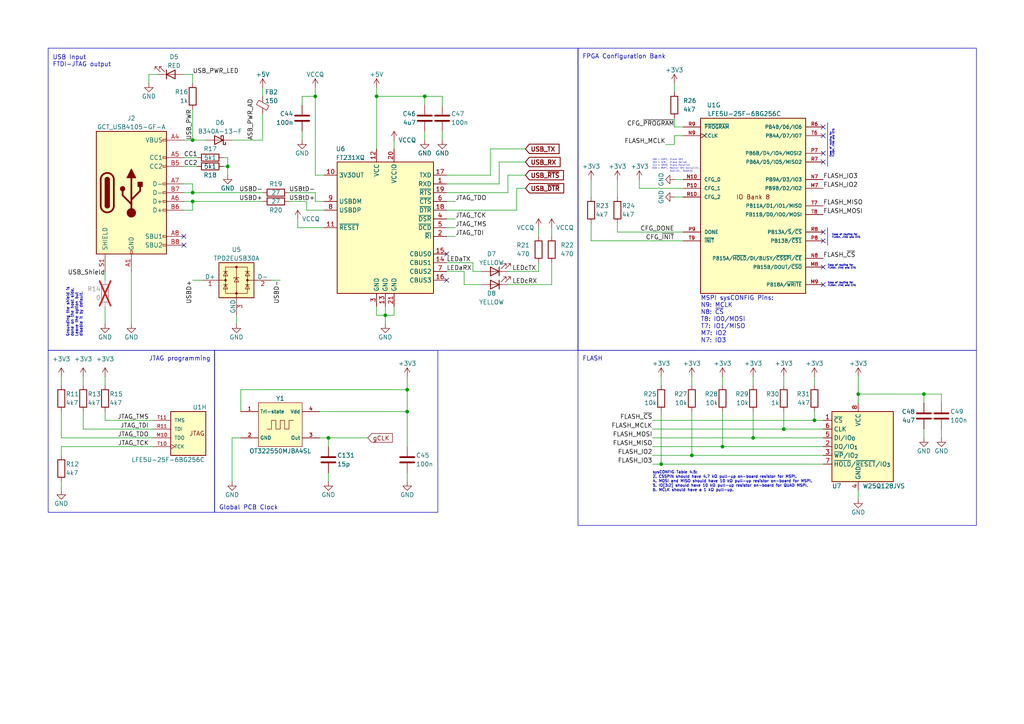
<source format=kicad_sch>
(kicad_sch (version 20250114) (generator "eeschema") (generator_version "9.0")
  (paper "A4")
  (rectangle (start 62.23 101.6) (end 127 148.59))
  (rectangle (start 13.97 13.97) (end 167.64 101.6))
  (rectangle (start 13.97 101.6) (end 62.23 148.59))
  (rectangle (start 167.64 101.6) (end 283.21 152.4))
  (rectangle (start 167.64 13.97) (end 283.21 101.6))
  (text "Global PCB Clock" (at 63.5 147.32 0) (effects (font (size 1.27 1.27)) (justify left)))
  (text "MSPI sysCONFIG Pins:\nN9: MCLK\nN8: ~{CS}\nT8: IO0/MOSI\nT7: IO1/MISO\nM7: IO2\nN7: IO3" (at 203.2 92.71 0) (effects (font (size 1.27 1.27)) (justify left)))
  (text "Ease of routing for\nFLASH, JTAG and CFG" (at 240.03 77.47 0) (effects (font (size 0.5 0.5)) (justify left)))
  (text "FLASH" (at 168.91 104.14 0) (effects (font (size 1.27 1.27)) (justify left)))
  (text "sysCONFIG Table 4.5:\n2. CSSPIN should have 4.7 kΩ pull-up on-board resistor for MSPI.\n4. MOSI and MISO should have 10 kΩ pull-up resistor on-board for MSPI.\n5. IO[3:2] should have 10 kΩ pull-up resistor on-board for QUAD MSPI.\n6. MCLK should have a 1 kΩ pull-up." (at 189.23 139.7 0) (effects (font (size 0.8 0.8)) (justify left)))
  (text "FPGA Configuration Bank" (at 168.91 16.51 0) (effects (font (size 1.27 1.27)) (justify left)))
  (text "100 = SSPI; Slave SPI\n101 = SCM;  Slave Serial\n111 = SPCM; Slave Parallel\n010 = MSPI; Master SPI Serial(S),\n            Dual(D), Quad(Q)" (at 189.23 48.26 0) (effects (font (size 0.5 0.5)) (justify left)))
  (text "Ease of routing for\nFLASH, JTAG and CFG" (at 241.3 45.72 90) (effects (font (size 0.5 0.5)) (justify left)))
  (text "Ease of routing for\nFLASH, JTAG and CFG" (at 241.3 68.58 0) (effects (font (size 0.5 0.5)) (justify left)))
  (text "USB Input\nFTDI-JTAG output" (at 15.24 17.78 0) (effects (font (size 1.27 1.27)) (justify left)))
  (text "Ease of routing for\nFLASH, JTAG and CFG" (at 240.03 82.55 0) (effects (font (size 0.5 0.5)) (justify left)))
  (text "Grounding the shield is\ndone on the host side.\nLeave the option but\ndisable it by default." (at 21.59 97.79 90) (effects (font (size 0.8 0.8)) (justify left)))
  (text "JTAG programming" (at 43.18 104.14 0) (effects (font (size 1.27 1.27)) (justify left)))
  (junction (at 227.33 124.46))
  (junction (at 218.44 127))
  (junction (at 95.25 127))
  (junction (at 55.88 58.42))
  (junction (at 248.92 114.3))
  (junction (at 191.77 134.62))
  (junction (at 236.22 121.92))
  (junction (at 200.66 132.08))
  (junction (at 118.11 113.03))
  (junction (at 123.19 27.94))
  (junction (at 55.88 40.64))
  (junction (at 111.76 91.44))
  (junction (at 55.88 55.88))
  (junction (at 267.97 114.3))
  (junction (at 118.11 119.38))
  (junction (at 109.22 27.94))
  (junction (at 66.04 48.26))
  (junction (at 209.55 129.54))
  (junction (at 91.44 27.94))
  (no_connect (at 238.76 82.55))
  (no_connect (at 238.76 46.99))
  (no_connect (at 238.76 77.47))
  (no_connect (at 129.54 73.66))
  (no_connect (at 238.76 69.85))
  (no_connect (at 238.76 44.45))
  (no_connect (at 53.34 71.12))
  (no_connect (at 238.76 67.31))
  (no_connect (at 53.34 68.58))
  (no_connect (at 129.54 81.28))
  (no_connect (at 238.76 36.83))
  (no_connect (at 238.76 39.37))
  (wire (pts (xy 69.85 113.03) (xy 69.85 119.38)))
  (wire (pts (xy 53.34 60.96) (xy 55.88 60.96)))
  (wire (pts (xy 109.22 27.94) (xy 109.22 43.18)))
  (wire (pts (xy 147.32 50.8) (xy 152.4 50.8)))
  (wire (pts (xy 195.58 52.07) (xy 198.12 52.07)))
  (wire (pts (xy 66.04 48.26) (xy 66.04 50.8)))
  (wire (pts (xy 200.66 119.38) (xy 200.66 132.08)))
  (wire (pts (xy 171.45 69.85) (xy 198.12 69.85)))
  (wire (pts (xy 53.34 45.72) (xy 57.15 45.72)))
  (wire (pts (xy 129.54 60.96) (xy 149.86 60.96)))
  (wire (pts (xy 17.78 127) (xy 44.45 127)))
  (wire (pts (xy 134.62 82.55) (xy 134.62 78.74)))
  (wire (pts (xy 171.45 64.77) (xy 171.45 69.85)))
  (wire (pts (xy 69.85 127) (xy 67.31 127)))
  (wire (pts (xy 66.04 45.72) (xy 66.04 48.26)))
  (wire (pts (xy 64.77 48.26) (xy 66.04 48.26)))
  (wire (pts (xy 248.92 109.22) (xy 248.92 114.3)))
  (wire (pts (xy 53.34 48.26) (xy 57.15 48.26)))
  (wire (pts (xy 273.05 124.46) (xy 273.05 127)))
  (wire (pts (xy 53.34 55.88) (xy 55.88 55.88)))
  (wire (pts (xy 88.9 60.96) (xy 88.9 58.42)))
  (wire (pts (xy 53.34 58.42) (xy 55.88 58.42)))
  (wire (pts (xy 191.77 109.22) (xy 191.77 111.76)))
  (wire (pts (xy 43.18 21.59) (xy 43.18 24.13)))
  (wire (pts (xy 86.36 63.5) (xy 86.36 66.04)))
  (wire (pts (xy 134.62 78.74) (xy 129.54 78.74)))
  (wire (pts (xy 92.71 119.38) (xy 118.11 119.38)))
  (wire (pts (xy 38.1 78.74) (xy 38.1 93.98)))
  (wire (pts (xy 83.82 58.42) (xy 88.9 58.42)))
  (wire (pts (xy 53.34 40.64) (xy 55.88 40.64)))
  (wire (pts (xy 129.54 66.04) (xy 132.08 66.04)))
  (wire (pts (xy 200.66 109.22) (xy 200.66 111.76)))
  (wire (pts (xy 179.07 64.77) (xy 179.07 67.31)))
  (wire (pts (xy 87.63 27.94) (xy 91.44 27.94)))
  (wire (pts (xy 55.88 31.75) (xy 55.88 40.64)))
  (wire (pts (xy 227.33 119.38) (xy 227.33 124.46)))
  (wire (pts (xy 67.31 127) (xy 67.31 139.7)))
  (wire (pts (xy 111.76 88.9) (xy 111.76 91.44)))
  (wire (pts (xy 128.27 38.1) (xy 128.27 40.64)))
  (wire (pts (xy 200.66 132.08) (xy 238.76 132.08)))
  (wire (pts (xy 109.22 27.94) (xy 123.19 27.94)))
  (wire (pts (xy 142.24 50.8) (xy 129.54 50.8)))
  (wire (pts (xy 248.92 114.3) (xy 267.97 114.3)))
  (wire (pts (xy 78.74 81.28) (xy 81.28 81.28)))
  (wire (pts (xy 179.07 52.07) (xy 179.07 57.15)))
  (wire (pts (xy 129.54 55.88) (xy 147.32 55.88)))
  (wire (pts (xy 55.88 55.88) (xy 55.88 53.34)))
  (wire (pts (xy 142.24 43.18) (xy 142.24 50.8)))
  (wire (pts (xy 129.54 68.58) (xy 132.08 68.58)))
  (wire (pts (xy 198.12 36.83) (xy 195.58 36.83)))
  (wire (pts (xy 152.4 54.61) (xy 149.86 54.61)))
  (wire (pts (xy 189.23 121.92) (xy 236.22 121.92)))
  (wire (pts (xy 69.85 113.03) (xy 118.11 113.03)))
  (wire (pts (xy 218.44 119.38) (xy 218.44 127)))
  (wire (pts (xy 195.58 41.91) (xy 195.58 39.37)))
  (wire (pts (xy 109.22 25.4) (xy 109.22 27.94)))
  (wire (pts (xy 191.77 134.62) (xy 238.76 134.62)))
  (wire (pts (xy 227.33 124.46) (xy 238.76 124.46)))
  (wire (pts (xy 64.77 45.72) (xy 66.04 45.72)))
  (wire (pts (xy 76.2 25.4) (xy 76.2 27.94)))
  (wire (pts (xy 209.55 119.38) (xy 209.55 129.54)))
  (wire (pts (xy 24.13 109.22) (xy 24.13 111.76)))
  (wire (pts (xy 267.97 114.3) (xy 273.05 114.3)))
  (wire (pts (xy 137.16 76.2) (xy 129.54 76.2)))
  (wire (pts (xy 30.48 88.9) (xy 30.48 93.98)))
  (wire (pts (xy 67.31 40.64) (xy 76.2 40.64)))
  (wire (pts (xy 236.22 119.38) (xy 236.22 121.92)))
  (wire (pts (xy 91.44 25.4) (xy 91.44 27.94)))
  (wire (pts (xy 227.33 109.22) (xy 227.33 111.76)))
  (wire (pts (xy 17.78 119.38) (xy 17.78 127)))
  (wire (pts (xy 218.44 127) (xy 238.76 127)))
  (wire (pts (xy 93.98 60.96) (xy 88.9 60.96)))
  (wire (pts (xy 195.58 39.37) (xy 198.12 39.37)))
  (wire (pts (xy 189.23 132.08) (xy 200.66 132.08)))
  (wire (pts (xy 185.42 54.61) (xy 198.12 54.61)))
  (wire (pts (xy 93.98 58.42) (xy 91.44 58.42)))
  (wire (pts (xy 114.3 40.64) (xy 114.3 43.18)))
  (wire (pts (xy 55.88 60.96) (xy 55.88 58.42)))
  (wire (pts (xy 160.02 82.55) (xy 160.02 76.2)))
  (wire (pts (xy 149.86 54.61) (xy 149.86 60.96)))
  (wire (pts (xy 236.22 121.92) (xy 238.76 121.92)))
  (wire (pts (xy 17.78 129.54) (xy 17.78 132.08)))
  (wire (pts (xy 185.42 52.07) (xy 185.42 54.61)))
  (wire (pts (xy 44.45 129.54) (xy 17.78 129.54)))
  (wire (pts (xy 156.21 66.04) (xy 156.21 68.58)))
  (wire (pts (xy 179.07 67.31) (xy 198.12 67.31)))
  (wire (pts (xy 83.82 55.88) (xy 91.44 55.88)))
  (wire (pts (xy 111.76 91.44) (xy 114.3 91.44)))
  (wire (pts (xy 248.92 114.3) (xy 248.92 116.84)))
  (wire (pts (xy 129.54 58.42) (xy 132.08 58.42)))
  (polyline (pts (xy 240.03 35.56) (xy 240.03 48.26)))
  (wire (pts (xy 128.27 27.94) (xy 123.19 27.94)))
  (wire (pts (xy 147.32 82.55) (xy 160.02 82.55)))
  (wire (pts (xy 118.11 109.22) (xy 118.11 113.03)))
  (wire (pts (xy 87.63 38.1) (xy 87.63 40.64)))
  (wire (pts (xy 123.19 38.1) (xy 123.19 40.64)))
  (wire (pts (xy 45.72 21.59) (xy 43.18 21.59)))
  (wire (pts (xy 118.11 113.03) (xy 118.11 119.38)))
  (wire (pts (xy 95.25 127) (xy 106.68 127)))
  (wire (pts (xy 152.4 46.99) (xy 144.78 46.99)))
  (wire (pts (xy 55.88 40.64) (xy 59.69 40.64)))
  (wire (pts (xy 137.16 78.74) (xy 137.16 76.2)))
  (wire (pts (xy 17.78 139.7) (xy 17.78 142.24)))
  (wire (pts (xy 189.23 129.54) (xy 209.55 129.54)))
  (wire (pts (xy 123.19 27.94) (xy 123.19 30.48)))
  (wire (pts (xy 76.2 33.02) (xy 76.2 40.64)))
  (wire (pts (xy 193.04 41.91) (xy 195.58 41.91)))
  (wire (pts (xy 68.58 91.44) (xy 68.58 93.98)))
  (wire (pts (xy 209.55 109.22) (xy 209.55 111.76)))
  (wire (pts (xy 30.48 121.92) (xy 44.45 121.92)))
  (wire (pts (xy 55.88 55.88) (xy 76.2 55.88)))
  (wire (pts (xy 191.77 119.38) (xy 191.77 134.62)))
  (wire (pts (xy 53.34 53.34) (xy 55.88 53.34)))
  (wire (pts (xy 114.3 88.9) (xy 114.3 91.44)))
  (wire (pts (xy 142.24 43.18) (xy 152.4 43.18)))
  (wire (pts (xy 147.32 78.74) (xy 156.21 78.74)))
  (wire (pts (xy 91.44 27.94) (xy 91.44 50.8)))
  (wire (pts (xy 195.58 34.29) (xy 195.58 36.83)))
  (wire (pts (xy 24.13 119.38) (xy 24.13 124.46)))
  (wire (pts (xy 156.21 76.2) (xy 156.21 78.74)))
  (wire (pts (xy 134.62 82.55) (xy 139.7 82.55)))
  (wire (pts (xy 24.13 124.46) (xy 44.45 124.46)))
  (wire (pts (xy 267.97 124.46) (xy 267.97 127)))
  (wire (pts (xy 92.71 127) (xy 95.25 127)))
  (wire (pts (xy 109.22 88.9) (xy 109.22 91.44)))
  (polyline (pts (xy 240.03 66.04) (xy 240.03 71.12)))
  (wire (pts (xy 91.44 58.42) (xy 91.44 55.88)))
  (wire (pts (xy 30.48 78.74) (xy 30.48 81.28)))
  (wire (pts (xy 160.02 66.04) (xy 160.02 68.58)))
  (wire (pts (xy 111.76 91.44) (xy 111.76 93.98)))
  (wire (pts (xy 118.11 119.38) (xy 118.11 129.54)))
  (wire (pts (xy 195.58 57.15) (xy 198.12 57.15)))
  (wire (pts (xy 236.22 109.22) (xy 236.22 111.76)))
  (wire (pts (xy 267.97 116.84) (xy 267.97 114.3)))
  (wire (pts (xy 171.45 52.07) (xy 171.45 57.15)))
  (wire (pts (xy 30.48 119.38) (xy 30.48 121.92)))
  (wire (pts (xy 109.22 91.44) (xy 111.76 91.44)))
  (wire (pts (xy 128.27 30.48) (xy 128.27 27.94)))
  (wire (pts (xy 218.44 109.22) (xy 218.44 111.76)))
  (wire (pts (xy 139.7 78.74) (xy 137.16 78.74)))
  (wire (pts (xy 189.23 127) (xy 218.44 127)))
  (wire (pts (xy 195.58 24.13) (xy 195.58 26.67)))
  (wire (pts (xy 55.88 21.59) (xy 55.88 24.13)))
  (wire (pts (xy 95.25 127) (xy 95.25 129.54)))
  (wire (pts (xy 58.42 81.28) (xy 55.88 81.28)))
  (wire (pts (xy 30.48 109.22) (xy 30.48 111.76)))
  (wire (pts (xy 189.23 124.46) (xy 227.33 124.46)))
  (wire (pts (xy 209.55 129.54) (xy 238.76 129.54)))
  (wire (pts (xy 17.78 109.22) (xy 17.78 111.76)))
  (wire (pts (xy 87.63 30.48) (xy 87.63 27.94)))
  (wire (pts (xy 86.36 66.04) (xy 93.98 66.04)))
  (wire (pts (xy 53.34 21.59) (xy 55.88 21.59)))
  (wire (pts (xy 248.92 142.24) (xy 248.92 144.78)))
  (wire (pts (xy 189.23 134.62) (xy 191.77 134.62)))
  (wire (pts (xy 118.11 137.16) (xy 118.11 139.7)))
  (wire (pts (xy 129.54 63.5) (xy 132.08 63.5)))
  (wire (pts (xy 91.44 50.8) (xy 93.98 50.8)))
  (wire (pts (xy 273.05 116.84) (xy 273.05 114.3)))
  (wire (pts (xy 129.54 53.34) (xy 144.78 53.34)))
  (wire (pts (xy 55.88 58.42) (xy 76.2 58.42)))
  (wire (pts (xy 144.78 46.99) (xy 144.78 53.34)))
  (wire (pts (xy 95.25 137.16) (xy 95.25 139.7)))
  (wire (pts (xy 147.32 55.88) (xy 147.32 50.8)))
  (label "FLASH_IO3" (at 238.76 52.07 0))
  (label "FLASH_IO2" (at 238.76 54.61 0))
  (label "FLASH_MCLK" (at 193.04 41.91 180))
  (label "JTAG_TMS" (at 132.08 66.04 0))
  (label "CFG_~{INIT}" (at 195.58 69.85 180))
  (label "USBtD+" (at 83.82 58.42 0))
  (label "JTAG_TDO" (at 43.18 127 180))
  (label "FLASH_MISO" (at 238.76 59.69 0))
  (label "FLASH_MCLK" (at 189.23 124.46 180))
  (label "JTAG_TDI" (at 132.08 68.58 0))
  (label "USBD+" (at 55.88 81.28 270))
  (label "USBD-" (at 81.28 81.28 270))
  (label "JTAG_TDO" (at 132.08 58.42 0))
  (label "LEDaTX" (at 129.54 76.2 0))
  (label "JTAG_TCK" (at 132.08 63.5 0))
  (label "LEDcTX" (at 148.59 78.74 0))
  (label "CFG_~{PROGRAM}" (at 195.58 36.83 180))
  (label "LEDcRX" (at 148.59 82.55 0))
  (label "CC2" (at 53.34 48.26 0))
  (label "CC1" (at 53.34 45.72 0))
  (label "JTAG_TCK" (at 43.18 129.54 180))
  (label "JTAG_TMS" (at 43.18 121.92 180))
  (label "USB_PWR" (at 55.88 40.64 90))
  (label "FLASH_~{CS}" (at 238.76 74.93 0))
  (label "LEDaRX" (at 129.54 78.74 0))
  (label "USB_PWR_LED" (at 55.88 21.59 0))
  (label "FLASH_MISO" (at 189.23 129.54 180))
  (label "USB_Shield" (at 30.48 80.01 180))
  (label "USBD-" (at 76.2 55.88 180))
  (label "JTAG_TDI" (at 43.18 124.46 180))
  (label "FLASH_IO2" (at 189.23 132.08 180))
  (label "FLASH_~{CS}" (at 189.23 121.92 180))
  (label "FLASH_MOSI" (at 238.76 62.23 0))
  (label "FLASH_IO3" (at 189.23 134.62 180))
  (label "USBD+" (at 76.2 58.42 180))
  (label "USBtD-" (at 83.82 55.88 0))
  (label "FLASH_MOSI" (at 189.23 127 180))
  (label "ASB_PWR_AD" (at 73.66 40.64 90))
  (label "CFG_DONE" (at 195.58 67.31 180))
  (global_label "USB_TX" (shape input) (at 152.4 43.18 0) (effects (font (thickness 0.254) (bold yes))) (property "Intersheetrefs" "${INTERSHEET_REFS}" (effects (hide yes))))
  (global_label "USB_~{DTR}" (shape input) (at 152.4 54.61 0) (effects (font (thickness 0.254) (bold yes))) (property "Intersheetrefs" "${INTERSHEET_REFS}" (effects (hide yes))))
  (global_label "USB_RX" (shape input) (at 152.4 46.99 0) (effects (font (thickness 0.254) (bold yes))) (property "Intersheetrefs" "${INTERSHEET_REFS}" (effects (hide yes))))
  (global_label "gCLK" (shape input) (at 106.68 127 0) (property "Intersheetrefs" "${INTERSHEET_REFS}" (effects (hide yes))))
  (global_label "USB_~{RTS}" (shape input) (at 152.4 50.8 0) (effects (font (thickness 0.254) (bold yes))) (property "Intersheetrefs" "${INTERSHEET_REFS}" (effects (hide yes))))
  (symbol (lib_id "Device:C") (at 95.25 133.35 0) (unit 1)
    (property "Reference" "C131" (at 97.79 132.0799 0) (effects (justify left)))
    (property "Value" "15p" (at 97.79 134.6199 0) (effects (justify left)))
    (property "Footprint" "Capacitor_SMD:C_0402_1005Metric" (effects (hide yes)))
    (property "Description" "Unpolarized capacitor" (effects (hide yes)))
  )
  (symbol (lib_id "Interface_USB:FT231XQ") (at 111.76 66.04 0) (unit 1)
    (property "Reference" "U6" (at 97.3933 43.18 0) (effects (justify left)))
    (property "Value" "FT231XQ" (at 97.3933 45.72 0) (effects (justify left)))
    (property "Footprint" "Package_DFN_QFN:QFN-20-1EP_4x4mm_P0.5mm_EP2.5x2.5mm" (effects (hide yes)))
    (property "Datasheet" "https://www.ftdichip.com/Support/Documents/DataSheets/ICs/DS_FT231X.pdf" (effects (hide yes)))
    (property "Description" "Full Speed USB to Full Handshake UART, QFN-20" (effects (hide yes)))
  )
  (symbol (lib_id "Device:R") (at 191.77 115.57 0) (mirror y) (unit 1)
    (property "Reference" "R25" (at 190.5 114.2999 0) (effects (justify left)))
    (property "Value" "10k" (at 190.5 116.8399 0) (effects (justify left)))
    (property "Footprint" "Resistor_SMD:R_0402_1005Metric" (effects (hide yes)))
    (property "Description" "Resistor" (effects (hide yes)))
  )
  (symbol (lib_id "power:GND") (at 38.1 93.98 0) (unit 1)
    (property "Reference" "#PWR081" (effects (hide yes)))
    (property "Value" "GND" (at 38.1 97.79 0))
    (property "Description" "Power symbol creates a global label with name \"GND\" , ground" (effects (hide yes)))
  )
  (symbol (lib_id "Device:LED") (at 49.53 21.59 0) (mirror x) (unit 1)
    (property "Reference" "D5" (at 50.4825 16.51 0))
    (property "Value" "RED" (at 50.4825 19.05 0))
    (property "Footprint" "LED_SMD:LED_0603_1608Metric" (effects (hide yes)))
    (property "Description" "Light emitting diode" (effects (hide yes)))
    (property "Sim.Pins" "1=K 2=A" (effects (hide yes)))
  )
  (symbol (lib_id "power:GND") (at 87.63 40.64 0) (mirror y) (unit 1)
    (property "Reference" "#PWR088" (effects (hide yes)))
    (property "Value" "GND" (at 87.63 44.45 0))
    (property "Description" "Power symbol creates a global label with name \"GND\" , ground" (effects (hide yes)))
  )
  (symbol (lib_id "power:GND") (at 195.58 52.07 270) (unit 1)
    (property "Reference" "#PWR0104" (effects (hide yes)))
    (property "Value" "GND" (at 191.77 52.07 0))
    (property "Description" "Power symbol creates a global label with name \"GND\" , ground" (effects (hide yes)))
  )
  (symbol (lib_id "power:+3V3") (at 209.55 109.22 0) (unit 1)
    (property "Reference" "#PWR0107" (effects (hide yes)))
    (property "Value" "+3V3" (at 209.55 105.41 0))
    (property "Description" "Power symbol creates a global label with name \"+3V3\"" (effects (hide yes)))
  )
  (symbol (lib_id "Device:D_Schottky") (at 63.5 40.64 180) (unit 1)
    (property "Reference" "D6" (at 63.8175 35.56 0))
    (property "Value" "B340A-13-F" (at 63.8175 38.1 0))
    (property "Footprint" "Diode_SMD:D_SMA" (effects (hide yes)))
    (property "Description" "Schottky diode" (effects (hide yes)))
  )
  (symbol (lib_id "1_Symbol_Library:LFE5U-25F-6BG256C") (at 218.44 62.23 0) (unit 7)
    (property "Reference" "U1" (at 207.01 30.48 0))
    (property "Value" "LFE5U-25F-6BG256C" (at 215.9 33.02 0))
    (property "Footprint" "1_Footprint_Library:BGA256C80P16X16_1400X1400X170_Masked" (effects (hide yes)))
    (property "Package" "CABGA-256 Lattice Semiconductor" (effects (hide yes)))
    (property "MP" "LFE5U-25F-6BG256C" (effects (hide yes)))
    (property "Description_1" "series Field Programmable Gate Array (FPGA) IC 197 1032192 24000 256-LFBGA" (effects (hide yes)))
  )
  (symbol (lib_id "power:+3V3") (at 227.33 109.22 0) (unit 1)
    (property "Reference" "#PWR0109" (effects (hide yes)))
    (property "Value" "+3V3" (at 227.33 105.41 0))
    (property "Description" "Power symbol creates a global label with name \"+3V3\"" (effects (hide yes)))
  )
  (symbol (lib_id "Device:LED") (at 143.51 82.55 180) (unit 1)
    (property "Reference" "D8" (at 142.5575 85.09 0))
    (property "Value" "YELLOW" (at 142.5575 87.63 0))
    (property "Footprint" "LED_SMD:LED_0603_1608Metric" (effects (hide yes)))
    (property "Description" "Light emitting diode" (effects (hide yes)))
    (property "Sim.Pins" "1=K 2=A" (effects (hide yes)))
  )
  (symbol (lib_id "power:GND") (at 118.11 139.7 0) (mirror y) (unit 1)
    (property "Reference" "#PWR091" (effects (hide yes)))
    (property "Value" "GND" (at 118.11 143.51 0))
    (property "Description" "Power symbol creates a global label with name \"GND\" , ground" (effects (hide yes)))
  )
  (symbol (lib_id "power:GND") (at 128.27 40.64 0) (unit 1)
    (property "Reference" "#PWR096" (effects (hide yes)))
    (property "Value" "GND" (at 128.27 44.45 0))
    (property "Description" "Power symbol creates a global label with name \"GND\" , ground" (effects (hide yes)))
  )
  (symbol (lib_id "power:GND") (at 267.97 127 0) (unit 1)
    (property "Reference" "#PWR0113" (effects (hide yes)))
    (property "Value" "GND" (at 267.97 130.81 0))
    (property "Description" "Power symbol creates a global label with name \"GND\" , ground" (effects (hide yes)))
  )
  (symbol (lib_id "power:VCCQ") (at 160.02 66.04 0) (mirror y) (unit 1)
    (property "Reference" "#PWR098" (effects (hide yes)))
    (property "Value" "VCCQ" (at 163.83 66.04 0))
    (property "Description" "Power symbol creates a global label with name \"VCCQ\"" (effects (hide yes)))
  )
  (symbol (lib_id "Device:R") (at 236.22 115.57 0) (mirror y) (unit 1)
    (property "Reference" "R31" (at 234.95 114.2999 0) (effects (justify left)))
    (property "Value" "4k7" (at 234.95 116.8399 0) (effects (justify left)))
    (property "Footprint" "Resistor_SMD:R_0402_1005Metric" (effects (hide yes)))
    (property "Description" "Resistor" (effects (hide yes)))
  )
  (symbol (lib_id "1_Symbol_Library:YXC_Oscillator") (at 81.28 123.19 0) (unit 1)
    (property "Reference" "Y1" (at 81.28 115.57 0))
    (property "Value" "OT322550MJBA4SL" (at 81.28 130.81 0))
    (property "Footprint" "Crystal:Crystal_SMD_3225-4Pin_3.2x2.5mm" (effects (hide yes)))
    (property "Description" "50 MHz" (effects (hide yes)))
  )
  (symbol (lib_id "Memory_Flash:W25Q128JVS") (at 248.92 129.54 0) (unit 1)
    (property "Reference" "U7" (at 241.3 140.9699 0) (effects (justify left)))
    (property "Value" "W25Q128JVS" (at 250.19 140.9699 0) (effects (justify left)))
    (property "Footprint" "Package_SO:SOIC-8_5.3x5.3mm_P1.27mm" (effects (hide yes)))
    (property "Datasheet" "https://www.winbond.com/resource-files/w25q128jv_dtr%20revc%2003272018%20plus.pdf" (effects (hide yes)))
    (property "Description" "128Mbit / 16MiB Serial Flash Memory, Standard/Dual/Quad SPI, 2.7-3.6V, SOIC-8" (effects (hide yes)))
  )
  (symbol (lib_id "Device:C") (at 118.11 133.35 0) (unit 1)
    (property "Reference" "C45" (at 120.65 132.0799 0) (effects (justify left)))
    (property "Value" "100n" (at 120.65 134.6199 0) (effects (justify left)))
    (property "Footprint" "Capacitor_SMD:C_0402_1005Metric" (effects (hide yes)))
    (property "Description" "Unpolarized capacitor" (effects (hide yes)))
  )
  (symbol (lib_id "Device:R") (at 60.96 48.26 90) (mirror x) (unit 1)
    (property "Reference" "R18" (at 60.96 50.8 90))
    (property "Value" "5k1" (at 60.96 48.26 90))
    (property "Footprint" "Resistor_SMD:R_0402_1005Metric" (effects (hide yes)))
    (property "Description" "Resistor" (effects (hide yes)))
  )
  (symbol (lib_id "power:GND") (at 43.18 24.13 0) (unit 1)
    (property "Reference" "#PWR082" (effects (hide yes)))
    (property "Value" "GND" (at 43.18 27.94 0))
    (property "Description" "Power symbol creates a global label with name \"GND\" , ground" (effects (hide yes)))
  )
  (symbol (lib_id "Device:R") (at 160.02 72.39 0) (unit 1)
    (property "Reference" "R22" (at 162.56 71.1199 0) (effects (justify left)))
    (property "Value" "470" (at 162.56 73.6599 0) (effects (justify left)))
    (property "Footprint" "Resistor_SMD:R_0402_1005Metric" (effects (hide yes)))
    (property "Description" "Resistor" (effects (hide yes)))
  )
  (symbol (lib_id "power:+3V3") (at 118.11 109.22 0) (unit 1)
    (property "Reference" "#PWR090" (effects (hide yes)))
    (property "Value" "+3V3" (at 118.11 105.41 0))
    (property "Description" "Power symbol creates a global label with name \"+3V3\"" (effects (hide yes)))
  )
  (symbol (lib_id "power:+3V3") (at 195.58 24.13 0) (unit 1)
    (property "Reference" "#PWR0103" (effects (hide yes)))
    (property "Value" "+3V3" (at 195.58 20.32 0))
    (property "Description" "Power symbol creates a global label with name \"+3V3\"" (effects (hide yes)))
  )
  (symbol (lib_id "power:GND") (at 111.76 93.98 0) (unit 1)
    (property "Reference" "#PWR093" (effects (hide yes)))
    (property "Value" "GND" (at 111.76 97.79 0))
    (property "Description" "Power symbol creates a global label with name \"GND\" , ground" (effects (hide yes)))
  )
  (symbol (lib_id "power:GND") (at 30.48 93.98 0) (unit 1)
    (property "Reference" "#PWR079" (effects (hide yes)))
    (property "Value" "GND" (at 30.48 97.79 0))
    (property "Description" "Power symbol creates a global label with name \"GND\" , ground" (effects (hide yes)))
  )
  (symbol (lib_id "1_Symbol_Library:LFE5U-25F-6BG256C") (at 57.15 125.73 0) (unit 8)
    (property "Reference" "U1" (at 55.88 118.1099 0) (effects (justify left)))
    (property "Value" "LFE5U-25F-6BG256C" (at 38.1 133.3499 0) (effects (justify left)))
    (property "Footprint" "1_Footprint_Library:BGA256C80P16X16_1400X1400X170_Masked" (effects (hide yes)))
    (property "Package" "CABGA-256 Lattice Semiconductor" (effects (hide yes)))
    (property "MP" "LFE5U-25F-6BG256C" (effects (hide yes)))
    (property "Description_1" "series Field Programmable Gate Array (FPGA) IC 197 1032192 24000 256-LFBGA" (effects (hide yes)))
  )
  (symbol (lib_id "power:VCCQ") (at 86.36 63.5 0) (unit 1)
    (property "Reference" "#PWR087" (effects (hide yes)))
    (property "Value" "VCCQ" (at 90.17 63.5 0))
    (property "Description" "Power symbol creates a global label with name \"VCCQ\"" (effects (hide yes)))
  )
  (symbol (lib_id "power:+3V3") (at 236.22 109.22 0) (unit 1)
    (property "Reference" "#PWR0110" (effects (hide yes)))
    (property "Value" "+3V3" (at 236.22 105.41 0))
    (property "Description" "Power symbol creates a global label with name \"+3V3\"" (effects (hide yes)))
  )
  (symbol (lib_id "power:+3V3") (at 248.92 109.22 0) (unit 1)
    (property "Reference" "#PWR0111" (effects (hide yes)))
    (property "Value" "+3V3" (at 248.92 105.41 0))
    (property "Description" "Power symbol creates a global label with name \"+3V3\"" (effects (hide yes)))
  )
  (symbol (lib_id "Device:R") (at 195.58 30.48 0) (unit 1)
    (property "Reference" "R26" (at 198.12 29.2099 0) (effects (justify left)))
    (property "Value" "4k7" (at 198.12 31.7499 0) (effects (justify left)))
    (property "Footprint" "Resistor_SMD:R_0402_1005Metric" (effects (hide yes)))
    (property "Description" "Resistor" (effects (hide yes)))
  )
  (symbol (lib_id "power:VCCQ") (at 114.3 40.64 0) (unit 1)
    (property "Reference" "#PWR094" (effects (hide yes)))
    (property "Value" "VCCQ" (at 118.11 40.64 0))
    (property "Description" "Power symbol creates a global label with name \"VCCQ\"" (effects (hide yes)))
  )
  (symbol (lib_id "power:GND") (at 273.05 127 0) (unit 1)
    (property "Reference" "#PWR0114" (effects (hide yes)))
    (property "Value" "GND" (at 273.05 130.81 0))
    (property "Description" "Power symbol creates a global label with name \"GND\" , ground" (effects (hide yes)))
  )
  (symbol (lib_id "Device:R") (at 55.88 27.94 0) (mirror y) (unit 1)
    (property "Reference" "R16" (at 54.61 26.6699 0) (effects (justify left)))
    (property "Value" "1k" (at 54.61 29.2099 0) (effects (justify left)))
    (property "Footprint" "Resistor_SMD:R_0402_1005Metric" (effects (hide yes)))
    (property "Description" "Resistor" (effects (hide yes)))
  )
  (symbol (lib_id "power:+3V3") (at 30.48 109.22 0) (unit 1)
    (property "Reference" "#PWR080" (effects (hide yes)))
    (property "Value" "+3V3" (at 30.48 104.14 0))
    (property "Description" "Power symbol creates a global label with name \"+3V3\"" (effects (hide yes)))
  )
  (symbol (lib_id "Device:R") (at 209.55 115.57 0) (mirror y) (unit 1)
    (property "Reference" "R28" (at 208.28 114.2999 0) (effects (justify left)))
    (property "Value" "10k" (at 208.28 116.8399 0) (effects (justify left)))
    (property "Footprint" "Resistor_SMD:R_0402_1005Metric" (effects (hide yes)))
    (property "Description" "Resistor" (effects (hide yes)))
  )
  (symbol (lib_id "power:+3V3") (at 200.66 109.22 0) (unit 1)
    (property "Reference" "#PWR0106" (effects (hide yes)))
    (property "Value" "+3V3" (at 200.66 105.41 0))
    (property "Description" "Power symbol creates a global label with name \"+3V3\"" (effects (hide yes)))
  )
  (symbol (lib_id "Device:C") (at 273.05 120.65 0) (unit 1)
    (property "Reference" "C49" (at 275.59 119.3799 0) (effects (justify left)))
    (property "Value" "100n" (at 275.59 121.9199 0) (effects (justify left)))
    (property "Footprint" "Capacitor_SMD:C_0402_1005Metric" (effects (hide yes)))
    (property "Description" "Unpolarized capacitor" (effects (hide yes)))
  )
  (symbol (lib_id "Power_Protection:TPD2EUSB30A") (at 68.58 81.28 0) (unit 1)
    (property "Reference" "U5" (at 68.58 72.39 0))
    (property "Value" "TPD2EUSB30A" (at 68.58 74.93 0))
    (property "Footprint" "Package_TO_SOT_SMD:Texas_DRT-3" (effects (hide yes)))
    (property "Datasheet" "http://www.ti.com/lit/ds/symlink/tpd2eusb30a.pdf" (effects (hide yes)))
    (property "Description" "2-Channel ESD Protection for Super-Speed USB 3.0 Interface, DRT-3" (effects (hide yes)))
  )
  (symbol (lib_id "power:+3V3") (at 24.13 109.22 0) (unit 1)
    (property "Reference" "#PWR078" (effects (hide yes)))
    (property "Value" "+3V3" (at 24.13 104.14 0))
    (property "Description" "Power symbol creates a global label with name \"+3V3\"" (effects (hide yes)))
  )
  (symbol (lib_id "power:+3V3") (at 171.45 52.07 0) (unit 1)
    (property "Reference" "#PWR099" (effects (hide yes)))
    (property "Value" "+3V3" (at 171.45 48.26 0))
    (property "Description" "Power symbol creates a global label with name \"+3V3\"" (effects (hide yes)))
  )
  (symbol (lib_id "power:+3V3") (at 218.44 109.22 0) (unit 1)
    (property "Reference" "#PWR0108" (effects (hide yes)))
    (property "Value" "+3V3" (at 218.44 105.41 0))
    (property "Description" "Power symbol creates a global label with name \"+3V3\"" (effects (hide yes)))
  )
  (symbol (lib_id "power:VCCQ") (at 91.44 25.4 0) (unit 1)
    (property "Reference" "#PWR089" (effects (hide yes)))
    (property "Value" "VCCQ" (at 91.44 21.59 0))
    (property "Description" "Power symbol creates a global label with name \"VCCQ\"" (effects (hide yes)))
  )
  (symbol (lib_id "Device:C") (at 123.19 34.29 0) (mirror y) (unit 1)
    (property "Reference" "C46" (at 120.65 33.0199 0) (effects (justify left)))
    (property "Value" "4u7" (at 120.65 35.5599 0) (effects (justify left)))
    (property "Footprint" "Capacitor_SMD:C_0603_1608Metric" (effects (hide yes)))
    (property "Description" "Unpolarized capacitor" (effects (hide yes)))
  )
  (symbol (lib_id "power:+5V") (at 109.22 25.4 0) (unit 1)
    (property "Reference" "#PWR092" (effects (hide yes)))
    (property "Value" "+5V" (at 109.22 21.59 0))
    (property "Description" "Power symbol creates a global label with name \"+5V\"" (effects (hide yes)))
  )
  (symbol (lib_id "Device:C") (at 87.63 34.29 0) (mirror y) (unit 1)
    (property "Reference" "C44" (at 85.09 33.0199 0) (effects (justify left)))
    (property "Value" "100n" (at 85.09 35.5599 0) (effects (justify left)))
    (property "Footprint" "Capacitor_SMD:C_0402_1005Metric" (effects (hide yes)))
    (property "Description" "Unpolarized capacitor" (effects (hide yes)))
  )
  (symbol (lib_id "power:+3V3") (at 17.78 109.22 0) (unit 1)
    (property "Reference" "#PWR076" (effects (hide yes)))
    (property "Value" "+3V3" (at 17.78 104.14 0))
    (property "Description" "Power symbol creates a global label with name \"+3V3\"" (effects (hide yes)))
  )
  (symbol (lib_id "power:+3V3") (at 191.77 109.22 0) (unit 1)
    (property "Reference" "#PWR0102" (effects (hide yes)))
    (property "Value" "+3V3" (at 191.77 105.41 0))
    (property "Description" "Power symbol creates a global label with name \"+3V3\"" (effects (hide yes)))
  )
  (symbol (lib_id "Device:R") (at 179.07 60.96 0) (unit 1)
    (property "Reference" "R24" (at 180.34 59.6899 0) (effects (justify left)))
    (property "Value" "4k7" (at 180.34 62.2299 0) (effects (justify left)))
    (property "Footprint" "Resistor_SMD:R_0402_1005Metric" (effects (hide yes)))
    (property "Description" "Resistor" (effects (hide yes)))
  )
  (symbol (lib_id "Connector:USB_C_Receptacle_USB2.0_16P") (at 38.1 55.88 0) (unit 1)
    (property "Reference" "J2" (at 38.1 34.29 0))
    (property "Value" "GCT_USB4105-GF-A" (at 38.1 36.83 0))
    (property "Footprint" "1_Footprint_Library:GCT_USB4105-GF-A_Modified" (effects (hide yes)))
    (property "Datasheet" "https://www.usb.org/sites/default/files/documents/usb_type-c.zip" (effects (hide yes)))
    (property "Description" "USB 2.0-only 16P Type-C Receptacle connector - USB_C_Receptacle_USB2.0_16P" (effects (hide yes)))
  )
  (symbol (lib_id "Device:R") (at 156.21 72.39 0) (mirror y) (unit 1)
    (property "Reference" "R21" (at 153.67 71.1199 0) (effects (justify left)))
    (property "Value" "470" (at 153.67 73.6599 0) (effects (justify left)))
    (property "Footprint" "Resistor_SMD:R_0402_1005Metric" (effects (hide yes)))
    (property "Description" "Resistor" (effects (hide yes)))
  )
  (symbol (lib_id "Device:R") (at 17.78 135.89 0) (unit 1)
    (property "Reference" "R12" (at 19.05 134.6199 0) (effects (justify left)))
    (property "Value" "4k7" (at 19.05 137.1599 0) (effects (justify left)))
    (property "Footprint" "Resistor_SMD:R_0402_1005Metric" (effects (hide yes)))
    (property "Description" "Resistor" (effects (hide yes)))
  )
  (symbol (lib_id "Device:R") (at 80.01 58.42 90) (mirror x) (unit 1)
    (property "Reference" "R20" (at 80.01 60.96 90))
    (property "Value" "27" (at 80.01 58.42 90))
    (property "Footprint" "Resistor_SMD:R_0402_1005Metric" (effects (hide yes)))
    (property "Description" "Resistor" (effects (hide yes)))
  )
  (symbol (lib_id "power:+3V3") (at 185.42 52.07 0) (unit 1)
    (property "Reference" "#PWR0101" (effects (hide yes)))
    (property "Value" "+3V3" (at 182.8801 48.26 0) (effects (justify left)))
    (property "Description" "Power symbol creates a global label with name \"+3V3\"" (effects (hide yes)))
  )
  (symbol (lib_id "power:GND") (at 248.92 144.78 0) (unit 1)
    (property "Reference" "#PWR0112" (effects (hide yes)))
    (property "Value" "GND" (at 248.92 148.59 0))
    (property "Description" "Power symbol creates a global label with name \"GND\" , ground" (effects (hide yes)))
  )
  (symbol (lib_id "Device:R") (at 200.66 115.57 0) (mirror y) (unit 1)
    (property "Reference" "R27" (at 199.39 114.2999 0) (effects (justify left)))
    (property "Value" "10k" (at 199.39 116.8399 0) (effects (justify left)))
    (property "Footprint" "Resistor_SMD:R_0402_1005Metric" (effects (hide yes)))
    (property "Description" "Resistor" (effects (hide yes)))
  )
  (symbol (lib_id "Device:R") (at 17.78 115.57 0) (unit 1)
    (property "Reference" "R11" (at 19.05 114.2999 0) (effects (justify left)))
    (property "Value" "4k7" (at 19.05 116.8399 0) (effects (justify left)))
    (property "Footprint" "Resistor_SMD:R_0402_1005Metric" (effects (hide yes)))
    (property "Description" "Resistor" (effects (hide yes)))
  )
  (symbol (lib_id "Device:R") (at 30.48 85.09 0) (mirror y) (unit 1) (dnp yes)
    (property "Reference" "R14" (at 29.21 83.8199 0) (effects (justify left)))
    (property "Value" "0" (at 29.21 86.3599 0) (effects (justify left)))
    (property "Footprint" "Resistor_SMD:R_0603_1608Metric_Pad0.98x0.95mm_HandSolder" (effects (hide yes)))
    (property "Description" "Resistor" (effects (hide yes)))
  )
  (symbol (lib_id "Device:FerriteBead_Small") (at 76.2 30.48 180) (unit 1)
    (property "Reference" "FB2" (at 78.74 26.7081 0))
    (property "Value" "150" (at 78.74 29.2481 0))
    (property "Footprint" "Inductor_SMD:L_0805_2012Metric" (effects (hide yes)))
    (property "Description" "Ferrite bead, small symbol" (effects (hide yes)))
  )
  (symbol (lib_id "power:GND") (at 123.19 40.64 0) (unit 1)
    (property "Reference" "#PWR095" (effects (hide yes)))
    (property "Value" "GND" (at 123.19 44.45 0))
    (property "Description" "Power symbol creates a global label with name \"GND\" , ground" (effects (hide yes)))
  )
  (symbol (lib_id "power:VCCQ") (at 156.21 66.04 0) (mirror y) (unit 1)
    (property "Reference" "#PWR097" (effects (hide yes)))
    (property "Value" "VCCQ" (at 152.4 66.04 0))
    (property "Description" "Power symbol creates a global label with name \"VCCQ\"" (effects (hide yes)))
  )
  (symbol (lib_id "power:+5V") (at 76.2 25.4 0) (unit 1)
    (property "Reference" "#PWR086" (effects (hide yes)))
    (property "Value" "+5V" (at 76.2 21.59 0))
    (property "Description" "Power symbol creates a global label with name \"+5V\"" (effects (hide yes)))
  )
  (symbol (lib_id "power:+3V3") (at 179.07 52.07 0) (unit 1)
    (property "Reference" "#PWR0100" (effects (hide yes)))
    (property "Value" "+3V3" (at 179.07 48.26 0))
    (property "Description" "Power symbol creates a global label with name \"+3V3\"" (effects (hide yes)))
  )
  (symbol (lib_id "Device:R") (at 171.45 60.96 0) (unit 1)
    (property "Reference" "R23" (at 172.72 59.6899 0) (effects (justify left)))
    (property "Value" "4k7" (at 172.72 62.2299 0) (effects (justify left)))
    (property "Footprint" "Resistor_SMD:R_0402_1005Metric" (effects (hide yes)))
    (property "Description" "Resistor" (effects (hide yes)))
  )
  (symbol (lib_id "Device:R") (at 227.33 115.57 0) (mirror y) (unit 1)
    (property "Reference" "R30" (at 226.06 114.2999 0) (effects (justify left)))
    (property "Value" "1k" (at 226.06 116.8399 0) (effects (justify left)))
    (property "Footprint" "Resistor_SMD:R_0402_1005Metric" (effects (hide yes)))
    (property "Description" "Resistor" (effects (hide yes)))
  )
  (symbol (lib_id "power:GND") (at 67.31 139.7 0) (unit 1)
    (property "Reference" "#PWR084" (effects (hide yes)))
    (property "Value" "GND" (at 67.31 143.51 0))
    (property "Description" "Power symbol creates a global label with name \"GND\" , ground" (effects (hide yes)))
  )
  (symbol (lib_id "power:GND") (at 66.04 50.8 0) (unit 1)
    (property "Reference" "#PWR083" (effects (hide yes)))
    (property "Value" "GND" (at 66.04 54.61 0))
    (property "Description" "Power symbol creates a global label with name \"GND\" , ground" (effects (hide yes)))
  )
  (symbol (lib_id "power:GND") (at 17.78 142.24 0) (unit 1)
    (property "Reference" "#PWR077" (effects (hide yes)))
    (property "Value" "GND" (at 17.78 146.05 0))
    (property "Description" "Power symbol creates a global label with name \"GND\" , ground" (effects (hide yes)))
  )
  (symbol (lib_id "Device:R") (at 218.44 115.57 0) (mirror y) (unit 1)
    (property "Reference" "R29" (at 217.17 114.2999 0) (effects (justify left)))
    (property "Value" "10k" (at 217.17 116.8399 0) (effects (justify left)))
    (property "Footprint" "Resistor_SMD:R_0402_1005Metric" (effects (hide yes)))
    (property "Description" "Resistor" (effects (hide yes)))
  )
  (symbol (lib_id "Device:LED") (at 143.51 78.74 180) (unit 1)
    (property "Reference" "D7" (at 142.5575 73.66 0))
    (property "Value" "YELLOW" (at 142.5575 76.2 0))
    (property "Footprint" "LED_SMD:LED_0603_1608Metric" (effects (hide yes)))
    (property "Description" "Light emitting diode" (effects (hide yes)))
    (property "Sim.Pins" "1=K 2=A" (effects (hide yes)))
  )
  (symbol (lib_id "Device:R") (at 60.96 45.72 90) (unit 1)
    (property "Reference" "R17" (at 60.96 43.18 90))
    (property "Value" "5k1" (at 60.96 45.72 90))
    (property "Footprint" "Resistor_SMD:R_0402_1005Metric" (effects (hide yes)))
    (property "Description" "Resistor" (effects (hide yes)))
  )
  (symbol (lib_id "Device:C") (at 267.97 120.65 0) (mirror y) (unit 1)
    (property "Reference" "C48" (at 265.43 119.3799 0) (effects (justify left)))
    (property "Value" "4u7" (at 265.43 121.9199 0) (effects (justify left)))
    (property "Footprint" "Capacitor_SMD:C_0603_1608Metric" (effects (hide yes)))
    (property "Description" "Unpolarized capacitor" (effects (hide yes)))
  )
  (symbol (lib_id "Device:R") (at 30.48 115.57 0) (unit 1)
    (property "Reference" "R15" (at 31.75 114.2999 0) (effects (justify left)))
    (property "Value" "4k7" (at 31.75 116.8399 0) (effects (justify left)))
    (property "Footprint" "Resistor_SMD:R_0402_1005Metric" (effects (hide yes)))
    (property "Description" "Resistor" (effects (hide yes)))
  )
  (symbol (lib_id "Device:R") (at 80.01 55.88 90) (unit 1)
    (property "Reference" "R19" (at 80.01 53.34 90))
    (property "Value" "27" (at 80.01 55.88 90))
    (property "Footprint" "Resistor_SMD:R_0402_1005Metric" (effects (hide yes)))
    (property "Description" "Resistor" (effects (hide yes)))
  )
  (symbol (lib_id "Device:R") (at 24.13 115.57 0) (unit 1)
    (property "Reference" "R13" (at 25.4 114.2999 0) (effects (justify left)))
    (property "Value" "4k7" (at 25.4 116.8399 0) (effects (justify left)))
    (property "Footprint" "Resistor_SMD:R_0402_1005Metric" (effects (hide yes)))
    (property "Description" "Resistor" (effects (hide yes)))
  )
  (symbol (lib_id "power:GND") (at 68.58 93.98 0) (unit 1)
    (property "Reference" "#PWR085" (effects (hide yes)))
    (property "Value" "GND" (at 68.58 97.79 0))
    (property "Description" "Power symbol creates a global label with name \"GND\" , ground" (effects (hide yes)))
  )
  (symbol (lib_id "Device:C") (at 128.27 34.29 0) (unit 1)
    (property "Reference" "C47" (at 130.81 33.0199 0) (effects (justify left)))
    (property "Value" "100n" (at 130.81 35.5599 0) (effects (justify left)))
    (property "Footprint" "Capacitor_SMD:C_0402_1005Metric" (effects (hide yes)))
    (property "Description" "Unpolarized capacitor" (effects (hide yes)))
  )
  (symbol (lib_id "power:GND") (at 195.58 57.15 270) (unit 1)
    (property "Reference" "#PWR0105" (effects (hide yes)))
    (property "Value" "GND" (at 191.77 57.15 0))
    (property "Description" "Power symbol creates a global label with name \"GND\" , ground" (effects (hide yes)))
  )
  (symbol (lib_id "power:GND") (at 95.25 139.7 0) (mirror y) (unit 1)
    (property "Reference" "#PWR0247" (effects (hide yes)))
    (property "Value" "GND" (at 95.25 143.51 0))
    (property "Description" "Power symbol creates a global label with name \"GND\" , ground" (effects (hide yes)))
  )
)
</source>
